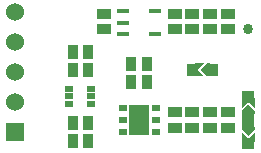
<source format=gts>
G04*
G04 #@! TF.GenerationSoftware,Altium Limited,Altium Designer,20.2.5 (213)*
G04*
G04 Layer_Color=8388736*
%FSLAX25Y25*%
%MOIN*%
G70*
G04*
G04 #@! TF.SameCoordinates,F18023E5-EE5D-4DE6-B478-A7BB098ACCA1*
G04*
G04*
G04 #@! TF.FilePolarity,Negative*
G04*
G01*
G75*
%ADD17R,0.03850X0.01800*%
%ADD26R,0.03554X0.04354*%
%ADD27R,0.04501X0.03713*%
%ADD28R,0.03713X0.04501*%
%ADD29R,0.03162X0.02454*%
%ADD30R,0.06706X0.10249*%
%ADD31R,0.03162X0.02375*%
%ADD32R,0.04354X0.04854*%
%ADD33R,0.04354X0.03554*%
%ADD34C,0.03394*%
%ADD35C,0.01587*%
%ADD36C,0.06000*%
%ADD37R,0.06000X0.06000*%
G36*
X66762Y30513D02*
X68928Y28348D01*
X65712Y28348D01*
Y30513D01*
X65712Y32678D01*
X68928Y32679D01*
X66762Y30513D01*
D02*
G37*
G36*
X70712Y32679D02*
X70712Y28348D01*
X69814Y28348D01*
X67648Y30513D01*
X69814Y32679D01*
X70712Y32679D01*
D02*
G37*
G36*
X85829Y17788D02*
X83663Y19953D01*
X81498Y17788D01*
X81498Y21003D01*
X83663D01*
X85828Y21003D01*
X85829Y17788D01*
D02*
G37*
G36*
X85829Y16818D02*
X85829Y15919D01*
X81498Y15919D01*
X81498Y16818D01*
X83663Y18983D01*
X85829Y16818D01*
D02*
G37*
G36*
X85829Y11643D02*
X85828Y10744D01*
X83663Y8579D01*
X81498Y10744D01*
X81498Y11643D01*
X85829Y11643D01*
D02*
G37*
G36*
X83663Y7609D02*
X85829Y9774D01*
X85829Y6559D01*
X83663D01*
X81498Y6559D01*
X81498Y9774D01*
X83663Y7609D01*
D02*
G37*
D17*
X52621Y50001D02*
D03*
Y42521D02*
D03*
X41871D02*
D03*
Y46261D02*
D03*
Y50001D02*
D03*
D26*
X64962Y30513D02*
D03*
X71712D02*
D03*
D27*
X35435Y49294D02*
D03*
Y44176D02*
D03*
X59057Y49296D02*
D03*
Y44178D02*
D03*
Y11221D02*
D03*
Y16339D02*
D03*
X64962Y49296D02*
D03*
Y44178D02*
D03*
X70868Y49296D02*
D03*
Y44178D02*
D03*
X76773Y49296D02*
D03*
Y44178D02*
D03*
X76773Y16339D02*
D03*
Y11221D02*
D03*
X70868Y16339D02*
D03*
Y11221D02*
D03*
X64962Y16339D02*
D03*
Y11221D02*
D03*
D28*
X30120Y6891D02*
D03*
X25002D02*
D03*
X25002Y12797D02*
D03*
X30120D02*
D03*
X25002Y30513D02*
D03*
X30120D02*
D03*
X30120Y36419D02*
D03*
X25002D02*
D03*
X44660Y26576D02*
D03*
X49778D02*
D03*
X49776Y32482D02*
D03*
X44658D02*
D03*
D29*
X31301Y19096D02*
D03*
Y21655D02*
D03*
Y24214D02*
D03*
X23821D02*
D03*
Y21655D02*
D03*
Y19096D02*
D03*
D30*
X47218Y13781D02*
D03*
D31*
X52730Y9844D02*
D03*
Y13781D02*
D03*
Y17718D02*
D03*
X41706Y13781D02*
D03*
Y17718D02*
D03*
Y9844D02*
D03*
D32*
X83663Y13767D02*
D03*
D33*
Y5808D02*
D03*
Y21753D02*
D03*
D34*
Y44293D02*
D03*
D35*
X47218Y17521D02*
D03*
Y10041D02*
D03*
X49186Y13781D02*
D03*
X45249D02*
D03*
D36*
X5907Y39686D02*
D03*
Y29686D02*
D03*
Y19686D02*
D03*
Y49686D02*
D03*
D37*
Y9686D02*
D03*
M02*

</source>
